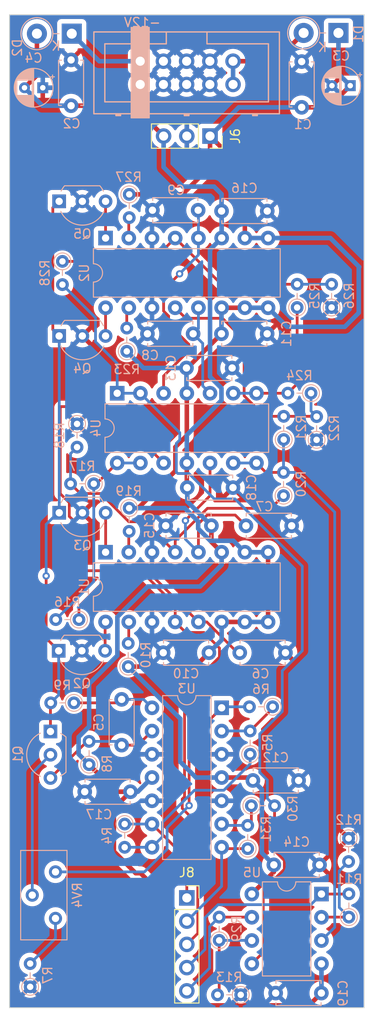
<source format=kicad_pcb>
(kicad_pcb (version 20221018) (generator pcbnew)
  (layers (0 "F.Cu" signal) (31 "B.Cu" signal) (34 "B.Paste" user) (35 "F.Paste" user) (36 "B.SilkS" user "B.Silkscreen") (37 "F.SilkS" user "F.Silkscreen") (38 "B.Mask" user) (39 "F.Mask" user) (44 "Edge.Cuts" user))
  (net 0 "")
  (net 1 "GND")
  (net 2 "+12V")
  (net 3 "-12V")
  (net 4 "Net-(Q1-B)")
  (net 5 "Net-(U1A-DIODE_BIAS)")
  (net 6 "Net-(U1C-DIODE_BIAS)")
  (net 7 "Net-(U2A-DIODE_BIAS)")
  (net 8 "Net-(U2C-DIODE_BIAS)")
  (net 9 "/Exp_Out")
  (net 10 "/Bias_Current")
  (net 11 "/Cout1")
  (net 12 "/Cout2")
  (net 13 "/Cout3")
  (net 14 "/Cout4")
  (net 15 "/12+")
  (net 16 "/12-")
  (net 17 "/Exp_Cout")
  (net 18 "/Amp_C1")
  (net 19 "/Amp_C2")
  (net 20 "/Amp_C3")
  (net 21 "/Amp_C4")
  (net 22 "/CV_FDB")
  (net 23 "/CV_SCLE")
  (net 24 "/1V{slash}Oct")
  (net 25 "/Trim")
  (net 26 "/2P_FDB")
  (net 27 "/4P_FDB")
  (net 28 "/Buf_Out1")
  (net 29 "/INV2")
  (net 30 "/Buf_Out2")
  (net 31 "/INV3")
  (net 32 "/Buf_Out3")
  (net 33 "/INV4")
  (net 34 "/Buf_Out4")
  (net 35 "/Res_INV")
  (net 36 "CV_Sum_Comp")
  (net 37 "Res_Comp")
  (net 38 "Audio_1st_invert_Comp")
  (net 39 "Audio_-12Out_Comp")
  (net 40 "Audio_-24Out_Comp")
  (footprint "Connector_PinSocket_2.54mm:PinSocket_1x05_P2.54mm_Vertical" (layer "F.Cu") (at 185.58 133.77)
    (fp_text reference "J8")
    (fp_text value "Comp2")
  )
  (footprint "Connector_PinSocket_2.54mm:PinSocket_1x03_P2.54mm_Vertical" (layer "F.Cu") (at 188.12 50.53 -90)
    (fp_text reference "J6")
    (fp_text value "Comp1")
  )
  (footprint "Resistor_THT:R_Axial_DIN0204_L3.6mm_D1.6mm_P2.54mm_Vertical" (layer "B.Cu") (at 203.28 127.26 -90)
    (fp_text reference "R12")
    (fp_text value "100k")
  )
  (footprint "Capacitor_THT:C_Disc_D4.7mm_W2.5mm_P5.00mm" (layer "B.Cu") (at 196.37 106.98 180)
    (fp_text reference "C6")
    (fp_text value "100p")
  )
  (footprint "Capacitor_THT:C_Disc_D4.7mm_W2.5mm_P5.00mm" (layer "B.Cu") (at 178.45 112.08 -90)
    (fp_text reference "C5")
    (fp_text value "20p")
  )
  (footprint "Resistor_THT:R_Axial_DIN0204_L3.6mm_D1.6mm_P2.54mm_Vertical" (layer "B.Cu") (at 197.65 69.26 90)
    (fp_text reference "R25")
    (fp_text value "100k")
  )
  (footprint "Capacitor_THT:C_Disc_D4.7mm_W2.5mm_P5.00mm" (layer "B.Cu") (at 172.917182 47.21 90)
    (fp_text reference "C2")
    (fp_text value "0.1u")
  )
  (footprint "Resistor_THT:R_Axial_DIN0204_L3.6mm_D1.6mm_P2.54mm_Vertical" (layer "B.Cu") (at 194.97 112.89 180)
    (fp_text reference "R6")
    (fp_text value "1.87k")
  )
  (footprint "Resistor_THT:R_Axial_DIN0204_L3.6mm_D1.6mm_P2.54mm_Vertical" (layer "B.Cu") (at 201.42 69.26 90)
    (fp_text reference "R26")
    (fp_text value "1k")
  )
  (footprint "Resistor_THT:R_Axial_DIN0204_L3.6mm_D1.6mm_P2.54mm_Vertical" (layer "B.Cu") (at 168.44 143.49 90)
    (fp_text reference "R7")
    (fp_text value "470")
  )
  (footprint "Capacitor_THT:C_Disc_D4.7mm_W2.5mm_P5.00mm" (layer "B.Cu") (at 190.63 88.94 180)
    (fp_text reference "C18")
    (fp_text value "0.1u")
  )
  (footprint "Capacitor_THT:C_Disc_D4.7mm_W2.5mm_P5.00mm" (layer "B.Cu") (at 174.41 122.17)
    (fp_text reference "C17")
    (fp_text value "0.1u")
  )
  (footprint "Package_DIP:DIP-16_W7.62mm" (layer "B.Cu") (at 176.69 61.67 -90)
    (fp_text reference "U2")
    (fp_text value "LM13700")
  )
  (footprint "Resistor_THT:R_Axial_DIN0204_L3.6mm_D1.6mm_P2.54mm_Vertical" (layer "B.Cu") (at 179.17 108.5 90)
    (fp_text reference "R10")
    (fp_text value "150k")
  )
  (footprint "Resistor_THT:R_Axial_DIN0204_L3.6mm_D1.6mm_P2.54mm_Vertical" (layer "B.Cu") (at 173.23 112.46 180)
    (fp_text reference "R9")
    (fp_text value "20k")
  )
  (footprint "Capacitor_THT:C_Disc_D4.7mm_W2.5mm_P5.00mm" (layer "B.Cu") (at 200.1 130.16 180)
    (fp_text reference "C14")
    (fp_text value "0.1u")
  )
  (footprint "Package_DIP:DIP-14_W7.62mm" (layer "B.Cu") (at 177.96 78.63 -90)
    (fp_text reference "U4")
    (fp_text value "TL074")
  )
  (footprint "Diode_THT:D_DO-41_SOD81_P3.81mm_Vertical_KathodeUp" (layer "B.Cu") (at 172.99 39.34 180)
    (fp_text reference "D2")
    (fp_text value "1N5819")
  )
  (footprint "Resistor_THT:R_Axial_DIN0204_L3.6mm_D1.6mm_P2.54mm_Vertical" (layer "B.Cu") (at 174.89 119.21 90)
    (fp_text reference "R8")
    (fp_text value "1Meg")
  )
  (footprint "Capacitor_THT:C_Disc_D4.7mm_W2.5mm_P5.00mm" (layer "B.Cu") (at 183 106.98)
    (fp_text reference "C10")
    (fp_text value "0.1u")
  )
  (footprint "Resistor_THT:R_Axial_DIN0204_L3.6mm_D1.6mm_P2.54mm_Vertical" (layer "B.Cu") (at 199.78 83.72 90)
    (fp_text reference "R22")
    (fp_text value "1k")
  )
  (footprint "Package_TO_SOT_THT:TO-92L_Inline_Wide" (layer "B.Cu") (at 171.61 57.66)
    (fp_text reference "Q5")
    (fp_text value "2N3906")
  )
  (footprint "Resistor_THT:R_Axial_DIN0204_L3.6mm_D1.6mm_P2.54mm_Vertical" (layer "B.Cu") (at 173.78 103.36 180)
    (fp_text reference "R16")
    (fp_text value "100k")
  )
  (footprint "Resistor_THT:R_Axial_DIN0204_L3.6mm_D1.6mm_P2.54mm_Vertical" (layer "B.Cu") (at 203.31 135.87 90)
    (fp_text reference "R11")
    (fp_text value "1.8k")
  )
  (footprint "Resistor_THT:R_Axial_DIN0204_L3.6mm_D1.6mm_P2.54mm_Vertical" (layer "B.Cu") (at 179.27 91.18 -90)
    (fp_text reference "R19")
    (fp_text value "150k")
  )
  (footprint "Package_DIP:DIP-8_W7.62mm" (layer "B.Cu") (at 200.31 133.35 180)
    (fp_text reference "U5")
    (fp_text value "TL072")
  )
  (footprint "Capacitor_THT:C_Disc_D4.7mm_W2.5mm_P5.00mm" (layer "B.Cu") (at 190.54 75.87 180)
    (fp_text reference "C13")
    (fp_text value "0.1u")
  )
  (footprint "Capacitor_THT:C_Disc_D4.7mm_W2.5mm_P5.00mm" (layer "B.Cu") (at 197.81 120.94 180)
    (fp_text reference "C12")
    (fp_text value "0.1u")
  )
  (footprint "Package_TO_SOT_THT:TO-92L_Inline_Wide" (layer "B.Cu") (at 170.66 115.59 -90)
    (fp_text reference "Q1")
    (fp_text value "2N3906")
  )
  (footprint "Capacitor_THT:C_Disc_D4.7mm_W2.5mm_P5.00mm" (layer "B.Cu") (at 195.3 144.17)
    (fp_text reference "C19")
    (fp_text value "0.1u")
  )
  (footprint "Capacitor_THT:CP_Radial_D4.0mm_P2.00mm" (layer "B.Cu") (at 203.459782 45.02 180)
    (fp_text reference "C3")
    (fp_text value "47u")
  )
  (footprint "Capacitor_THT:C_Disc_D4.7mm_W2.5mm_P5.00mm" (layer "B.Cu") (at 181.27 72.13)
    (fp_text reference "C8")
    (fp_text value "100p")
  )
  (footprint "Resistor_THT:R_Axial_DIN0204_L3.6mm_D1.6mm_P2.54mm_Vertical" (layer "B.Cu") (at 196.18 83.69 90)
    (fp_text reference "R21")
    (fp_text value "100k")
  )
  (footprint "Custom_Footprints.pretty-master:Eurorack_10_pin_header" (layer "B.Cu") (at 180.48 42.35)
    (fp_text reference "J1" hide)
    (fp_text value "Eurorack 10 DIP Header")
  )
  (footprint "Package_TO_SOT_THT:TO-92L_Inline_Wide" (layer "B.Cu") (at 171.61 72.37)
    (fp_text reference "Q4")
    (fp_text value "2N3906")
  )
  (footprint "Capacitor_THT:C_Disc_D4.7mm_W2.5mm_P5.00mm" (layer "B.Cu") (at 194.37 72.13 180)
    (fp_text reference "C11")
    (fp_text value "0.1u")
  )
  (footprint "Potentiometer_THT:Potentiometer_Bourns_3296Y_Vertical" (layer "B.Cu") (at 171.21 130.93 90)
    (fp_text reference "RV4")
    (fp_text value "100")
  )
  (footprint "Capacitor_THT:C_Disc_D4.7mm_W2.5mm_P5.00mm" (layer "B.Cu") (at 181.82 58.63)
    (fp_text reference "C9")
    (fp_text value "100p")
  )
  (footprint "Resistor_THT:R_Axial_DIN0204_L3.6mm_D1.6mm_P2.54mm_Vertical" (layer "B.Cu") (at 173.57 81.98 -90)
    (fp_text reference "R18")
    (fp_text value "1k")
  )
  (footprint "Package_DIP:DIP-14_W7.62mm" (layer "B.Cu") (at 189.39 113 180)
    (fp_text reference "U3")
    (fp_text value "TL074")
  )
  (footprint "Capacitor_THT:C_Disc_D4.7mm_W2.5mm_P5.00mm" (layer "B.Cu") (at 197.05 93.11 180)
    (fp_text reference "C7")
    (fp_text value "100p")
  )
  (footprint "Capacitor_THT:CP_Radial_D4.0mm_P2.00mm" (layer "B.Cu") (at 169.819782 45.25 180)
    (fp_text reference "C4")
    (fp_text value "47u")
  )
  (footprint "Resistor_THT:R_Axial_DIN0204_L3.6mm_D1.6mm_P2.54mm_Vertical" (layer "B.Cu") (at 192.51 118.07 90)
    (fp_text reference "R5")
    (fp_text value "100k")
  )
  (footprint "Capacitor_THT:C_Disc_D4.7mm_W2.5mm_P5.00mm" (layer "B.Cu") (at 194.38 58.72 180)
    (fp_text reference "C16")
    (fp_text value "0.1u")
  )
  (footprint "Diode_THT:D_DO-41_SOD81_P3.81mm_Vertical_KathodeUp" (layer "B.Cu") (at 202.17 39.26 180)
    (fp_text reference "D1")
    (fp_text value "1N5819")
  )
  (footprint "Resistor_THT:R_Axial_DIN0204_L3.6mm_D1.6mm_P2.54mm_Vertical" (layer "B.Cu") (at 191.48 144.36 180)
    (fp_text reference "R13")
    (fp_text value "100k")
  )
  (footprint "Capacitor_THT:C_Disc_D4.7mm_W2.5mm_P5.00mm" (layer "B.Cu") (at 198.147182 42.39 -90)
    (fp_text reference "C1")
    (fp_text value "0.1u")
  )
  (footprint "Resistor_THT:R_Axial_DIN0204_L3.6mm_D1.6mm_P2.54mm_Vertical" (layer "B.Cu") (at 175.4 88.52 180)
    (fp_text reference "R17")
    (fp_text value "100k")
  )
  (footprint "Resistor_THT:R_Axial_DIN0204_L3.6mm_D1.6mm_P2.54mm_Vertical" (layer "B.Cu") (at 192.24 128.39 90)
    (fp_text reference "R31")
    (fp_text value "100k")
  )
  (footprint "Capacitor_THT:C_Disc_D4.7mm_W2.5mm_P5.00mm" (layer "B.Cu") (at 183.27 93.1)
    (fp_text reference "C15")
    (fp_text value "0.1u")
  )
  (footprint "Resistor_THT:R_Axial_DIN0204_L3.6mm_D1.6mm_P2.54mm_Vertical" (layer "B.Cu") (at 179.01 74.05 90)
    (fp_text reference "R23")
    (fp_text value "150k")
  )
  (footprint "Resistor_THT:R_Axial_DIN0204_L3.6mm_D1.6mm_P2.54mm_Vertical" (layer "B.Cu") (at 199.17 78.62 180)
    (fp_text reference "R24")
    (fp_text value "100k")
  )
  (footprint "Resistor_THT:R_Axial_DIN0204_L3.6mm_D1.6mm_P2.54mm_Vertical" (layer "B.Cu") (at 179.28 56.9 -90)
    (fp_text reference "R27")
    (fp_text value "150k")
  )
  (footprint "Package_TO_SOT_THT:TO-92L_Inline_Wide" (layer "B.Cu") (at 171.62 91.69)
    (fp_text reference "Q3")
    (fp_text value "2N3906")
  )
  (footprint "Package_DIP:DIP-16_W7.62mm" (layer "B.Cu") (at 176.69 96 -90)
    (fp_text reference "U1")
    (fp_text value "LM13700")
  )
  (footprint "Resistor_THT:R_Axial_DIN0204_L3.6mm_D1.6mm_P2.54mm_Vertical" (layer "B.Cu") (at 189.12 138.41 90)
    (fp_text reference "R29")
    (fp_text value "3.9k")
  )
  (footprint "Resistor_THT:R_Axial_DIN0204_L3.6mm_D1.6mm_P2.54mm_Vertical" (layer "B.Cu") (at 196.16 89.82 90)
    (fp_text reference "R20")
    (fp_text value "100k")
  )
  (footprint "Resistor_THT:R_Axial_DIN0204_L3.6mm_D1.6mm_P2.54mm_Vertical" (layer "B.Cu") (at 178.78 125.7 -90)
    (fp_text reference "R4")
    (fp_text value "100k")
  )
  (footprint "Resistor_THT:R_Axial_DIN0204_L3.6mm_D1.6mm_P2.54mm_Vertical" (layer "B.Cu") (at 192.64 123.7)
    (fp_text reference "R30")
    (fp_text value "10k")
  )
  (footprint "Package_TO_SOT_THT:TO-92L_Inline_Wide" (layer "B.Cu") (at 171.56 106.77)
    (fp_text reference "Q2")
    (fp_text value "2N3906")
  )
  (footprint "Resistor_THT:R_Axial_DIN0204_L3.6mm_D1.6mm_P2.54mm_Vertical" (layer "B.Cu") (at 171.97 64.22 -90)
    (fp_text reference "R28")
    (fp_text value "100k")
  )
  (gr_line (start 166.18 37.27) (end 204.98 37.27) (stroke (width 0.1)) (layer "Edge.Cuts"))
  (gr_line (start 166.18 145.77) (end 204.98 145.77) (stroke (width 0.1)) (layer "Edge.Cuts"))
  (gr_line (start 204.98 145.77) (end 204.98 37.27) (stroke (width 0.1)) (layer "Edge.Cuts"))
  (gr_line (start 166.18 37.27) (end 166.18 145.77) (stroke (width 0.1)) (layer "Edge.Cuts"))
  (segment (start 194.47 103.62) (end 194.47 96) (width 0.5) (layer "F.Cu") (net 2))
  (segment (start 184.33 87.109949) (end 184.33 84.52) (width 0.5) (layer "F.Cu") (net 2))
  (segment (start 192.49 120.62) (end 192.81 120.94) (width 0.5) (layer "F.Cu") (net 2))
  (segment (start 180.259949 91.18) (end 184.33 87.109949) (width 0.5) (layer "F.Cu") (net 2))
  (segment (start 198.147182 47.39) (end 201.089782 47.39) (width 0.5) (layer "F.Cu") (net 2))
  (segment (start 195.1 130.94) (end 192.69 133.35) (width 0.5) (layer "F.Cu") (net 2))
  (segment (start 185.58 83.25) (end 185.58 78.63) (width 0.5) (layer "F.Cu") (net 2))
  (segment (start 185.1 56.9) (end 188.12 53.88) (width 0.5) (layer "F.Cu") (net 2))
  (segment (start 189.39 120.62) (end 192.49 120.62) (width 0.5) (layer "F.Cu") (net 2))
  (segment (start 189.39 103.62) (end 191.93 103.62) (width 0.5) (layer "F.Cu") (net 2))
  (segment (start 191.93 61.67) (end 191.93 54.34) (width 0.5) (layer "F.Cu") (net 2))
  (segment (start 188.12 53.88) (end 188.12 50.53) (width 0.5) (layer "F.Cu") (net 2))
  (segment (start 186.48 108.5) (end 179.17 108.5) (width 0.5) (layer "F.Cu") (net 2))
  (segment (start 189.37 72.13) (end 185.63 75.87) (width 0.5) (layer "F.Cu") (net 2))
  (segment (start 179.28 56.9) (end 185.1 56.9) (width 0.5) (layer "F.Cu") (net 2))
  (segment (start 201.089782 47.39) (end 203.459782 45.02) (width 0.5) (layer "F.Cu") (net 2))
  (segment (start 191.93 54.34) (end 188.12 50.53) (width 0.5) (layer "F.Cu") (net 2))
  (segment (start 179.27 91.18) (end 180.259949 91.18) (width 0.5) (layer "F.Cu") (net 2))
  (segment (start 189.39 69.29) (end 191.93 69.29) (width 0.5) (layer "F.Cu") (net 2))
  (segment (start 195.1 130.16) (end 195.1 130.94) (width 0.5) (layer "F.Cu") (net 2))
  (segment (start 188 106.98) (end 186.48 108.5) (width 0.5) (layer "F.Cu") (net 2))
  (segment (start 184.32 84.51) (end 185.58 83.25) (width 0.5) (layer "F.Cu") (net 2))
  (segment (start 185.63 75.87) (end 185.54 75.87) (width 0.5) (layer "F.Cu") (net 2))
  (segment (start 185.54 75.87) (end 180.83 75.87) (width 0.5) (layer "B.Cu") (net 2))
  (segment (start 184.87 118.91) (end 184.87 114.2) (width 0.5) (layer "B.Cu") (net 2))
  (segment (start 189.39 120.62) (end 186.58 120.62) (width 0.5) (layer "B.Cu") (net 2))
  (segment (start 191.93 103.62) (end 194.47 103.62) (width 0.5) (layer "B.Cu") (net 2))
  (segment (start 180.83 75.87) (end 179.01 74.05) (width 0.5) (layer "B.Cu") (net 2))
  (segment (start 191.26 47.39) (end 188.12 50.53) (width 0.5) (layer "B.Cu") (net 2))
  (segment (start 184.87 114.2) (end 179.17 108.5) (width 0.5) (layer "B.Cu") (net 2))
  (segment (start 185.36005 91.18) (end 179.27 91.18) (width 0.5) (layer "B.Cu") (net 2))
  (segment (start 185.54 75.87) (end 185.54 78.59) (width 0.5) (layer "B.Cu") (net 2))
  (segment (start 185.54 78.59) (end 185.58 78.63) (width 0.5) (layer "B.Cu") (net 2))
  (segment (start 186.820025 92.639975) (end 185.36005 91.18) (width 0.5) (layer "B.Cu") (net 2))
  (segment (start 202.86 71.37) (end 204.39 69.84) (width 0.5) (layer "B.Cu") (net 2))
  (segment (start 190.68 94.75) (end 188.152233 94.75) (width 0.5) (layer "B.Cu") (net 2))
  (segment (start 192.81 120.94) (end 193.79 121.92) (width 0.5) (layer "B.Cu") (net 2))
  (segment (start 202.17 39.26) (end 202.17 43.730218) (width 0.5) (layer "B.Cu") (net 2))
  (segment (start 191.93 69.29) (end 194.47 69.29) (width 0.5) (layer "B.Cu") (net 2))
  (segment (start 186.58 120.62) (end 184.87 118.91) (width 0.5) (layer "B.Cu") (net 2))
  (segment (start 186.820025 93.417792) (end 186.820025 92.639975) (width 0.5) (layer "B.Cu") (net 2))
  (segment (start 202.17 43.730218) (end 203.459782 45.02) (width 0.5) (layer "B.Cu") (net 2))
  (segment (start 194.47 61.67) (end 191.93 61.67) (width 0.5) (layer "B.Cu") (net 2))
  (segment (start 189.37 69.31) (end 189.39 69.29) (width 0.5) (layer "B.Cu") (net 2))
  (segment (start 204.44 64.83) (end 201.28 61.67) (width 0.5) (layer "B.Cu") (net 2))
  (segment (start 191.93 96) (end 190.68 94.75) (width 0.5) (layer "B.Cu") (net 2))
  (segment (start 191.93 96) (end 194.47 96) (width 0.5) (layer "B.Cu") (net 2))
  (segment (start 189.39 103.62) (end 189.39 105.59) (width 0.5) (layer "B.Cu") (net 2))
  (segment (start 188.152233 94.75) (end 186.820025 93.417792) (width 0.5) (layer "B.Cu") (net 2))
  (segment (start 204.39 69.84) (end 204.39 64.88) (width 0.5) (layer "B.Cu") (net 2))
  (segment (start 204.39 64.88) (end 204.44 64.83) (width 0.5) (layer "B.Cu") (net 2))
  (segment (start 201.28 61.67) (end 194.47 61.67) (width 0.5) (layer "B.Cu") (net 2))
  (segment (start 194.47 69.29) (end 196.55 71.37) (width 0.5) (layer "B.Cu") (net 2))
  (segment (start 198.147182 47.39) (end 191.26 47.39) (width 0.5) (layer "B.Cu") (net 2))
  (segment (start 189.39 105.59) (end 188 106.98) (width 0.5) (layer "B.Cu") (net 2))
  (segment (start 193.79 121.92) (end 193.79 128.85) (width 0.5) (layer "B.Cu") (net 2))
  (segment (start 189.37 72.13) (end 189.37 69.31) (width 0.5) (layer "B.Cu") (net 2))
  (segment (start 196.55 71.37) (end 202.86 71.37) (width 0.5) (layer "B.Cu") (net 2))
  (segment (start 193.79 128.85) (end 195.1 130.16) (width 0.5) (layer "B.Cu") (net 2))
  (segment (start 169.18 39.34) (end 169.18 43.889782) (width 0.5) (layer "F.Cu") (net 3))
  (segment (start 172.917182 47.21) (end 179.72 47.21) (width 0.5) (layer "F.Cu") (net 3))
  (segment (start 179.72 47.21) (end 183.04 50.53) (width 0.5) (layer "F.Cu") (net 3))
  (segment (start 188.27 94.88) (end 189.39 96) (width 0.5) (layer "F.Cu") (net 3))
  (segment (start 177.6 128.686346) (end 177.6 123.98) (width 0.5) (layer "F.Cu") (net 3))
  (segment (start 185.58 88.89) (end 185.63 88.94) (width 0.5) (layer "F.Cu") (net 3))
  (segment (start 185.58 86.25) (end 185.58 88.89) (width 0.5) (layer "F.Cu") (net 3))
  (segment (start 198.95 145.52) (end 200.3 144.17) (width 0.5) (layer "F.Cu") (net 3))
  (segment (start 179.983654 131.07) (end 177.6 128.686346) (width 0.5) (layer "F.Cu") (net 3))
  (segment (start 177.6 123.98) (end 179.41 122.17) (width 0.5) (layer "F.Cu") (net 3))
  (segment (start 183.785 144.825) (end 184.48 145.52) (width 0.5) (layer "F.Cu") (net 3))
  (segment (start 183.785 134.335) (end 180.52 131.07) (width 0.5) (layer "F.Cu") (net 3))
  (segment (start 177.85 122.17) (end 174.89 119.21) (width 0.5) (layer "F.Cu") (net 3))
  (segment (start 179.41 122.17) (end 177.85 122.17) (width 0.5) (layer "F.Cu") (net 3))
  (segment (start 183.785 144.825) (end 183.785 134.335) (width 0.5) (layer "F.Cu") (net 3))
  (segment (start 188.27 93.1) (end 188.27 94.88) (width 0.5) (layer "F.Cu") (net 3))
  (segment (start 169.18 43.889782) (end 167.819782 45.25) (width 0.5) (layer "F.Cu") (net 3))
  (segment (start 180.52 131.07) (end 179.983654 131.07) (width 0.5) (layer "F.Cu") (net 3))
  (segment (start 184.48 145.52) (end 198.95 145.52) (width 0.5) (layer "F.Cu") (net 3))
  (segment (start 189.37 79.41) (end 189.37 78.072233) (width 0.5) (layer "B.Cu") (net 3))
  (segment (start 187.02 99.75) (end 181.3 99.75) (width 0.5) (layer "B.Cu") (net 3))
  (segment (start 181.3 99.75) (end 177.98 103.07) (width 0.5) (layer "B.Cu") (net 3))
  (segment (start 188.56 56.05) (end 189.38 56.87) (width 0.5) (layer "B.Cu") (net 3))
  (segment (start 169.779782 47.21) (end 172.917182 47.21) (width 0.5) (layer "B.Cu") (net 3))
  (segment (start 189.37 78.072233) (end 188.12 76.822233) (width 0.5) (layer "B.Cu") (net 3))
  (segment (start 189.39 97.38) (end 187.02 99.75) (width 0.5) (layer "B.Cu") (net 3))
  (segment (start 200.31 140.97) (end 200.31 144.16) (width 0.5) (layer "B.Cu") (net 3))
  (segment (start 183.04 53.93) (end 185.16 56.05) (width 0.5) (layer "B.Cu") (net 3))
  (segment (start 188.12 62.94) (end 189.39 61.67) (width 0.5) (layer "B.Cu") (net 3))
  (segment (start 180.22 122.17) (end 181.77 120.62) (width 0.5) (layer "B.Cu") (net 3))
  (segment (start 177.98 107.29) (end 174.89 110.38) (width 0.5) (layer "B.Cu") (net 3))
  (segment (start 173.74 118.06) (end 174.89 119.21) (width 0.5) (layer "B.Cu") (net 3))
  (segment (start 185.63 90.46) (end 188.27 93.1) (width 0.5) (layer "B.Cu") (net 3))
  (segment (start 177.98 103.07) (end 177.98 107.29) (width 0.5) (layer "B.Cu") (net 3))
  (segment (start 189.38 56.87) (end 189.38 58.72) (width 0.5) (layer "B.Cu") (net 3))
  (segment (start 189.39 96) (end 189.39 97.38) (width 0.5) (layer "B.Cu") (net 3))
  (segment (start 185.58 86.25) (end 185.58 83.2) (width 0.5) (layer "B.Cu") (net 3))
  (segment (start 189.39 61.67) (end 189.39 58.73) (width 0.5) (layer "B.Cu") (net 3))
  (segment (start 200.31 144.16) (end 200.3 144.17) (width 0.5) (layer "B.Cu") (net 3))
  (segment (start 179.41 122.17) (end 180.22 122.17) (width 0.5) (layer "B.Cu") (net 3))
  (segment (start 185.58 83.2) (end 189.37 79.41) (width 0.5) (layer "B.Cu") (net 3))
  (segment (start 173.74 116.193654) (end 173.74 118.06) (width 0.5) (layer "B.Cu") (net 3))
  (segment (start 183.04 50.53) (end 183.04 53.93) (width 0.5) (layer "B.Cu") (net 3))
  (segment (start 185.63 88.94) (end 185.63 90.46) (width 0.5) (layer "B.Cu") (net 3))
  (segment (start 185.16 56.05) (end 188.56 56.05) (width 0.5) (layer "B.Cu") (net 3))
  (segment (start 188.12 76.822233) (end 188.12 62.94) (width 0.5) (layer "B.Cu") (net 3))
  (segment (start 189.39 58.73) (end 189.38 58.72) (width 0.5) (layer "B.Cu") (net 3))
  (segment (start 167.819782 45.25) (end 169.779782 47.21) (width 0.5) (layer "B.Cu") (net 3))
  (segment (start 174.89 115.043654) (end 173.74 116.193654) (width 0.5) (layer "B.Cu") (net 3))
  (segment (start 174.89 110.38) (end 174.89 115.043654) (width 0.5) (layer "B.Cu") (net 3))
  (segment (start 168.67 133.47) (end 168.67 120.12) (width 0.3) (layer "B.Cu") (net 4))
  (segment (start 168.67 120.12) (end 170.66 118.13) (width 0.3) (layer "B.Cu") (net 4))
  (segment (start 179.23 103.62) (end 179.23 105.9) (width 0.3) (layer "F.Cu") (net 5))
  (segment (start 179.23 105.9) (end 179.17 105.96) (width 0.3) (layer "F.Cu") (net 5))
  (segment (start 179.23 96) (end 179.23 93.76) (width 0.3) (layer "F.Cu") (net 6))
  (segment (start 179.23 93.76) (end 179.27 93.72) (width 0.3) (layer "F.Cu") (net 6))
  (segment (start 179.01 71.51) (end 179.01 69.51) (width 0.3) (layer "F.Cu") (net 7))
  (segment (start 179.01 69.51) (end 179.23 69.29) (width 0.3) (layer "F.Cu") (net 7))
  (segment (start 179.23 61.67) (end 179.23 59.49) (width 0.3) (layer "F.Cu") (net 8))
  (segment (start 179.23 59.49) (end 179.28 59.44) (width 0.3) (layer "F.Cu") (net 8))
  (segment (start 178.07 112.46) (end 178.45 112.08) (width 0.3) (layer "F.Cu") (net 9))
  (segment (start 173.23 112.46) (end 178.07 112.46) (width 0.3) (layer "F.Cu") (net 9))
  (segment (start 180.85 112.08) (end 181.77 113) (width 0.3) (layer "B.Cu") (net 9))
  (segment (start 178.45 112.08) (end 180.85 112.08) (width 0.3) (layer "B.Cu") (net 9))
  (segment (start 178.45 117.08) (end 180.23 117.08) (width 0.3) (layer "F.Cu") (net 10))
  (segment (start 180.23 117.08) (end 181.77 115.54) (width 0.3) (layer "F.Cu") (net 10))
  (segment (start 174.66 116.67) (end 174.89 116.67) (width 0.3) (layer "F.Cu") (net 10))
  (segment (start 170.66 120.67) (end 174.66 116.67) (width 0.3) (layer "F.Cu") (net 10))
  (segment (start 174.89 116.67) (end 178.04 116.67) (width 0.3) (layer "B.Cu") (net 10))
  (segment (start 178.04 116.67) (end 178.45 117.08) (width 0.3) (layer "B.Cu") (net 10))
  (segment (start 191.123654 106.98) (end 187.763654 103.62) (width 0.3) (layer "F.Cu") (net 11))
  (segment (start 179.235 82.445) (end 177.265 82.445) (width 0.3) (layer "F.Cu") (net 11))
  (segment (start 172.72 90.59) (end 172.72 92.082894) (width 0.3) (layer "F.Cu") (net 11))
  (segment (start 171.73 89.6) (end 172.72 90.59) (width 0.3) (layer "F.Cu") (net 11))
  (segment (start 175.46 80.09) (end 171.84 80.09) (width 0.3) (layer "F.Cu") (net 11))
  (segment (start 171.73 80.2) (end 171.73 89.6) (width 0.3) (layer "F.Cu") (net 11))
  (segment (start 173.23 98.02) (end 181.25 98.02) (width 0.3) (layer "F.Cu") (net 11))
  (segment (start 177.265 82.445) (end 175.46 80.64) (width 0.3) (layer "F.Cu") (net 11))
  (segment (start 173.23 92.592894) (end 173.23 98.02) (width 0.3) (layer "F.Cu") (net 11))
  (segment (start 187.763654 103.62) (end 186.85 103.62) (width 0.3) (layer "F.Cu") (net 11))
  (segment (start 172.72 92.082894) (end 173.23 92.592894) (width 0.3) (layer "F.Cu") (net 11))
  (segment (start 175.46 80.64) (end 175.46 80.09) (width 0.3) (layer "F.Cu") (net 11))
  (segment (start 191.37 106.98) (end 191.123654 106.98) (width 0.3) (layer "F.Cu") (net 11))
  (segment (start 183.04 86.25) (end 179.235 82.445) (width 0.3) (layer "F.Cu") (net 11))
  (segment (start 181.25 98.02) (end 186.85 103.62) (width 0.3) (layer "F.Cu") (net 11))
  (segment (start 171.84 80.09) (end 171.73 80.2) (width 0.3) (layer "F.Cu") (net 11))
  (segment (start 186.85 92.893654) (end 187.803654 91.94) (width 0.3) (layer "F.Cu") (net 12))
  (segment (start 188.12 89.823654) (end 188.096827 89.846827) (width 0.3) (layer "F.Cu") (net 12))
  (segment (start 190.88 91.94) (end 192.05 93.11) (width 0.3) (layer "F.Cu") (net 12))
  (segment (start 188.12 86.25) (end 188.12 89.823654) (width 0.3) (layer "F.Cu") (net 12))
  (segment (start 186.85 96) (end 186.85 92.893654) (width 0.3) (layer "F.Cu") (net 12))
  (segment (start 185.428297 92.515357) (end 185.428297 92.548297) (width 0.3) (layer "F.Cu") (net 12))
  (segment (start 187.803654 91.94) (end 190.88 91.94) (width 0.3) (layer "F.Cu") (net 12))
  (segment (start 188.096827 89.846827) (end 185.428297 92.515357) (width 0.3) (layer "F.Cu") (net 12))
  (via (at 185.428297 92.548297) (size 0.8) (drill 0.4) (layers "F.Cu" "B.Cu") (net 12))
  (segment (start 185.428297 92.548297) (end 185.428297 94.578297) (width 0.3) (layer "B.Cu") (net 12))
  (segment (start 185.428297 94.578297) (end 186.85 96) (width 0.3) (layer "B.Cu") (net 12))
  (segment (start 187.320001 73.180001) (end 186.27 72.13) (width 0.3) (layer "B.Cu") (net 13))
  (segment (start 188.12 78.63) (end 187.320001 77.830001) (width 0.3) (layer "B.Cu") (net 13))
  (segment (start 186.85 71.55) (end 186.27 72.13) (width 0.3) (layer "B.Cu") (net 13))
  (segment (start 187.320001 77.830001) (end 187.320001 73.180001) (width 0.3) (layer "B.Cu") (net 13))
  (segment (start 186.85 69.29) (end 186.85 71.55) (width 0.3) (layer "B.Cu") (net 13))
  (segment (start 183.04 67.33) (end 184.79 65.58) (width 0.3) (layer "F.Cu") (net 14))
  (segment (start 183.586827 71.073173) (end 183.586827 70.193173) (width 0.3) (layer "F.Cu") (net 14))
  (segment (start 185.793654 73.99) (end 185.793654 73.28) (width 0.3) (layer "F.Cu") (net 14))
  (segment (start 185.793654 73.28) (end 183.586827 71.073173) (width 0.3) (layer "F.Cu") (net 14))
  (segment (start 183.04 76.743654) (end 185.793654 73.99) (width 0.3) (layer "F.Cu") (net 14))
  (segment (start 183.586827 70.193173) (end 183.04 69.646346) (width 0.3) (layer "F.Cu") (net 14))
  (segment (start 183.04 78.63) (end 183.04 76.743654) (width 0.3) (layer "F.Cu") (net 14))
  (segment (start 183.04 69.646346) (end 183.04 67.33) (width 0.3) (layer "F.Cu") (net 14))
  (via (at 184.79 65.58) (size 0.8) (drill 0.4) (layers "F.Cu" "B.Cu") (net 14))
  (segment (start 186.85 58.66) (end 186.82 58.63) (width 0.3) (layer "B.Cu") (net 14))
  (segment (start 186.85 61.67) (end 186.85 58.66) (width 0.3) (layer "B.Cu") (net 14))
  (segment (start 186.85 63.52) (end 186.85 61.67) (width 0.3) (layer "B.Cu") (net 14))
  (segment (start 184.79 65.58) (end 186.85 63.52) (width 0.3) (layer "B.Cu") (net 14))
  (segment (start 190.64 42.35) (end 195.27 42.35) (width 0.5) (layer "F.Cu") (net 15))
  (segment (start 195.27 42.35) (end 198.36 39.26) (width 0.5) (layer "F.Cu") (net 15))
  (segment (start 190.64 42.35) (end 190.64 44.89) (width 0.5) (layer "B.Cu") (net 15))
  (segment (start 180.48 42.35) (end 180.48 44.89) (width 0.5) (layer "F.Cu") (net 16))
  (segment (start 180.48 42.35) (end 176 42.35) (width 0.5) (layer "B.Cu") (net 16))
  (segment (start 176 42.35) (end 172.99 39.34) (width 0.5) (layer "B.Cu") (net 16))
  (segment (start 171.61 72.37) (end 170.92 71.68) (width 0.3) (layer "F.Cu") (net 17))
  (segment (start 170.92 58.35) (end 171.61 57.66) (width 0.3) (layer "F.Cu") (net 17))
  (segment (start 170.92 71.68) (end 170.92 58.35) (width 0.3) (layer "F.Cu") (net 17))
  (segment (start 170.19 105.4) (end 170.19 98.59) (width 0.3) (layer "F.Cu") (net 17))
  (segment (start 170.66 115.59) (end 170.66 112.49) (width 0.3) (layer "F.Cu") (net 17))
  (segment (start 171.56 106.77) (end 170.19 105.4) (width 0.3) (layer "F.Cu") (net 17))
  (segment (start 170.66 112.49) (end 170.69 112.46) (width 0.3) (layer "F.Cu") (net 17))
  (via (at 170.19 98.59) (size 0.8) (drill 0.4) (layers "F.Cu" "B.Cu") (net 17))
  (segment (start 171.46 91.69) (end 171.62 91.69) (width 0.3) (layer "B.Cu") (net 17))
  (segment (start 171.62 72.38) (end 171.61 72.37) (width 0.3) (layer "B.Cu") (net 17))
  (segment (start 171.62 91.69) (end 171.62 72.38) (width 0.3) (layer "B.Cu") (net 17))
  (segment (start 171.56 111.59) (end 170.69 112.46) (width 0.3) (layer "B.Cu") (net 17))
  (segment (start 170.19 98.59) (end 170.19 92.96) (width 0.3) (layer "B.Cu") (net 17))
  (segment (start 171.56 106.77) (end 171.56 111.59) (width 0.3) (layer "B.Cu") (net 17))
  (segment (start 170.19 92.96) (end 171.46 91.69) (width 0.3) (layer "B.Cu") (net 17))
  (segment (start 176.64 106.77) (end 176.64 103.67) (width 0.3) (layer "F.Cu") (net 18))
  (segment (start 176.64 103.67) (end 176.69 103.62) (width 0.3) (layer "F.Cu") (net 18))
  (segment (start 176.7 95.99) (end 176.69 96) (width 0.3) (layer "F.Cu") (net 19))
  (segment (start 176.7 91.69) (end 176.7 95.99) (width 0.3) (layer "F.Cu") (net 19))
  (segment (start 176.69 72.37) (end 176.69 69.29) (width 0.3) (layer "F.Cu") (net 20))
  (segment (start 176.69 57.66) (end 176.69 61.67) (width 0.3) (layer "F.Cu") (net 21))
  (segment (start 178.78 128.24) (end 181.77 128.24) (width 0.3) (layer "B.Cu") (net 22))
  (segment (start 182.92 127.09) (end 181.77 128.24) (width 0.3) (layer "B.Cu") (net 22))
  (segment (start 192.51 119.126346) (end 189.626346 122.01) (width 0.3) (layer "B.Cu") (net 22))
  (segment (start 186.41 122.01) (end 182.92 125.5) (width 0.3) (layer "B.Cu") (net 22))
  (segment (start 182.92 125.5) (end 182.92 127.09) (width 0.3) (layer "B.Cu") (net 22))
  (segment (start 189.626346 122.01) (end 186.41 122.01) (width 0.3) (layer "B.Cu") (net 22))
  (segment (start 192.51 118.07) (end 192.51 119.126346) (width 0.3) (layer "B.Cu") (net 22))
  (segment (start 194.97 113.07) (end 194.97 112.89) (width 0.3) (layer "F.Cu") (net 23))
  (segment (start 192.51 115.53) (end 194.97 113.07) (width 0.3) (layer "F.Cu") (net 23))
  (segment (start 192.51 115.53) (end 189.4 115.53) (width 0.3) (layer "B.Cu") (net 23))
  (segment (start 189.4 115.53) (end 189.39 115.54) (width 0.3) (layer "B.Cu") (net 23))
  (segment (start 185.83 123.68) (end 185.83 116.56) (width 0.3) (layer "F.Cu") (net 24))
  (segment (start 185.83 116.56) (end 189.39 113) (width 0.3) (layer "F.Cu") (net 24))
  (via (at 185.83 123.68) (size 0.8) (drill 0.4) (layers "F.Cu" "B.Cu") (net 24))
  (segment (start 183.42 128.456346) (end 183.42 126.09) (width 0.3) (layer "B.Cu") (net 24))
  (segment (start 180.946346 130.93) (end 183.42 128.456346) (width 0.3) (layer "B.Cu") (net 24))
  (segment (start 171.21 130.93) (end 180.946346 130.93) (width 0.3) (layer "B.Cu") (net 24))
  (segment (start 183.42 126.09) (end 185.83 123.68) (width 0.3) (layer "B.Cu") (net 24))
  (segment (start 192.43 112.89) (end 189.5 112.89) (width 0.3) (layer "B.Cu") (net 24))
  (segment (start 189.5 112.89) (end 189.39 113) (width 0.3) (layer "B.Cu") (net 24))
  (segment (start 171.21 138.18) (end 171.21 136.01) (width 0.3) (layer "B.Cu") (net 25))
  (segment (start 168.44 140.95) (end 171.21 138.18) (width 0.3) (layer "B.Cu") (net 25))
  (segment (start 203.31 135.87) (end 200.33 135.87) (width 0.3) (layer "F.Cu") (net 26))
  (segment (start 200.33 135.87) (end 200.31 135.89) (width 0.3) (layer "F.Cu") (net 26))
  (segment (start 202.26 130.82) (end 202.26 134.82) (width 0.3) (layer "B.Cu") (net 26))
  (segment (start 203.28 129.8) (end 202.26 130.82) (width 0.3) (layer "B.Cu") (net 26))
  (segment (start 202.26 134.82) (end 203.31 135.87) (width 0.3) (layer "B.Cu") (net 26))
  (segment (start 189.12 138.41) (end 189.12 144.18) (width 0.3) (layer "F.Cu") (net 27))
  (segment (start 189.12 144.18) (end 188.94 144.36) (width 0.3) (layer "F.Cu") (net 27))
  (segment (start 192.67 138.41) (end 192.69 138.43) (width 0.3) (layer "B.Cu") (net 27))
  (segment (start 189.12 138.41) (end 192.67 138.41) (width 0.3) (layer "B.Cu") (net 27))
  (segment (start 177.96 86.25) (end 175.69 88.52) (width 0.3) (layer "F.Cu") (net 28))
  (segment (start 175.69 88.52) (end 175.4 88.52) (width 0.3) (layer "F.Cu") (net 28))
  (segment (start 175.4 99.2) (end 175.4 88.52) (width 0.3) (layer "B.Cu") (net 28))
  (segment (start 171.24 103.36) (end 175.4 99.2) (width 0.3) (layer "B.Cu") (net 28))
  (segment (start 180.5 86.25) (end 177.96 86.25) (width 0.3) (layer "B.Cu") (net 28))
  (segment (start 184.31 96) (end 180.98 92.67) (width 0.3) (layer "F.Cu") (net 29))
  (segment (start 194.776726 91.203274) (end 196.16 89.82) (width 0.3) (layer "F.Cu") (net 29))
  (segment (start 176.155635 89.59) (end 173.93 89.59) (width 0.3) (layer "F.Cu") (net 29))
  (segment (start 173.93 89.59) (end 172.86 88.52) (width 0.3) (layer "F.Cu") (net 29))
  (segment (start 184.31 94.726548) (end 187.833274 91.203274) (width 0.3) (layer "F.Cu") (net 29))
  (segment (start 179.235635 92.67) (end 176.155635 89.59) (width 0.3) (layer "F.Cu") (net 29))
  (segment (start 180.98 92.67) (end 179.235635 92.67) (width 0.3) (layer "F.Cu") (net 29))
  (segment (start 187.833274 91.203274) (end 194.776726 91.203274) (width 0.3) (layer "F.Cu") (net 29))
  (segment (start 184.31 96) (end 184.31 94.726548) (width 0.3) (layer "F.Cu") (net 29))
  (segment (start 172.86 85.23) (end 173.57 84.52) (width 0.3) (layer "B.Cu") (net 29))
  (segment (start 172.86 88.52) (end 172.86 85.23) (width 0.3) (layer "B.Cu") (net 29))
  (segment (start 194.23 87.28) (end 193.2 86.25) (width 0.3) (layer "F.Cu") (net 30))
  (segment (start 196.16 87.28) (end 194.23 87.28) (width 0.3) (layer "F.Cu") (net 30))
  (segment (start 201.76 136.98) (end 201.76 91.62) (width 0.3) (layer "B.Cu") (net 30))
  (segment (start 196.16 87.28) (end 197.42 87.28) (width 0.3) (layer "B.Cu") (net 30))
  (segment (start 196.16 87.28) (end 196.16 83.71) (width 0.3) (layer "B.Cu") (net 30))
  (segment (start 196.16 83.71) (end 196.18 83.69) (width 0.3) (layer "B.Cu") (net 30))
  (segment (start 197.42 87.28) (end 201.76 91.62) (width 0.3) (layer "B.Cu") (net 30))
  (segment (start 200.31 138.43) (end 201.76 136.98) (width 0.3) (layer "B.Cu") (net 30))
  (segment (start 190.66 86.25) (end 193.2 86.25) (width 0.3) (layer "B.Cu") (net 30))
  (segment (start 191.85 72.81) (end 189.48 70.44) (width 0.3) (layer "F.Cu") (net 31))
  (segment (start 191.85 78.906346) (end 191.85 72.81) (width 0.3) (layer "F.Cu") (net 31))
  (segment (start 194.093654 81.15) (end 191.85 78.906346) (width 0.3) (layer "F.Cu") (net 31))
  (segment (start 199.75 81.15) (end 199.78 81.18) (width 0.3) (layer "F.Cu") (net 31))
  (segment (start 196.18 81.15) (end 199.75 81.15) (width 0.3) (layer "F.Cu") (net 31))
  (segment (start 185.46 70.44) (end 184.31 69.29) (width 0.3) (layer "F.Cu") (net 31))
  (segment (start 189.48 70.44) (end 185.46 70.44) (width 0.3) (layer "F.Cu") (net 31))
  (segment (start 196.18 81.15) (end 194.093654 81.15) (width 0.3) (layer "F.Cu") (net 31))
  (segment (start 199.17 78.62) (end 199.17 80.57) (width 0.3) (layer "B.Cu") (net 31))
  (segment (start 199.17 80.57) (end 199.78 81.18) (width 0.3) (layer "B.Cu") (net 31))
  (segment (start 193.2 78.63) (end 196.62 78.63) (width 0.3) (layer "F.Cu") (net 32))
  (segment (start 197.65 69.26) (end 197.65 77.6) (width 0.3) (layer "F.Cu") (net 32))
  (segment (start 196.62 78.63) (end 196.63 78.62) (width 0.3) (layer "F.Cu") (net 32))
  (segment (start 197.65 77.6) (end 196.63 78.62) (width 0.3) (layer "F.Cu") (net 32))
  (segment (start 190.66 78.63) (end 193.2 78.63) (width 0.3) (layer "B.Cu") (net 32))
  (segment (start 181.76 64.22) (end 184.31 61.67) (width 0.3) (layer "F.Cu") (net 33))
  (segment (start 189.36 66.72) (end 184.31 61.67) (width 0.3) (layer "F.Cu") (net 33))
  (segment (start 197.65 66.72) (end 189.36 66.72) (width 0.3) (layer "F.Cu") (net 33))
  (segment (start 171.97 64.22) (end 181.76 64.22) (width 0.3) (layer "F.Cu") (net 33))
  (segment (start 197.65 66.72) (end 201.42 66.72) (width 0.3) (layer "B.Cu") (net 33))
  (segment (start 195.18 128.613654) (end 195.18 123.7) (width 0.3) (layer "F.Cu") (net 34))
  (segment (start 193.94 139.72) (end 193.94 132.948528) (width 0.3) (layer "F.Cu") (net 34))
  (segment (start 192.69 140.97) (end 193.94 139.72) (width 0.3) (layer "F.Cu") (net 34))
  (segment (start 193.94 132.948528) (end 196.25 130.638528) (width 0.3) (layer "F.Cu") (net 34))
  (segment (start 196.25 130.638528) (end 196.25 129.683654) (width 0.3) (layer "F.Cu") (net 34))
  (segment (start 196.25 129.683654) (end 195.18 128.613654) (width 0.3) (layer "F.Cu") (net 34))
  (segment (start 198.21 97.53) (end 190.86 90.18) (width 0.3) (layer "B.Cu") (net 34))
  (segment (start 184.81 82.94) (end 184.81 83.73) (width 0.3) (layer "B.Cu") (net 34))
  (segment (start 180.5 78.63) (end 177.96 78.63) (width 0.3) (layer "B.Cu") (net 34))
  (segment (start 193.56 120.063654) (end 193.56 115.86) (width 0.3) (layer "B.Cu") (net 34))
  (segment (start 196.02 108.956346) (end 198.21 106.766346) (width 0.3) (layer "B.Cu") (net 34))
  (segment (start 196.02 113.4) (end 196.02 108.956346) (width 0.3) (layer "B.Cu") (net 34))
  (segment (start 185.81 87.4) (end 184.59 87.4) (width 0.3) (layer "B.Cu") (net 34))
  (segment (start 184.43 87.24) (end 184.59 87.4) (width 0.3) (layer "B.Cu") (net 34))
  (segment (start 194.39 120.893654) (end 193.56 120.063654) (width 0.3) (layer "B.Cu") (net 34))
  (segment (start 175.59 70.38) (end 171.97 66.76) (width 0.3) (layer "B.Cu") (net 34))
  (segment (start 190.86 90.18) (end 188.59 90.18) (width 0.3) (layer "B.Cu") (net 34))
  (segment (start 177.96 78.63) (end 177.96 75.37) (width 0.3) (layer "B.Cu") (net 34))
  (segment (start 180.5 78.63) (end 184.81 82.94) (width 0.3) (layer "B.Cu") (net 34))
  (segment (start 193.56 115.86) (end 196.02 113.4) (width 0.3) (layer "B.Cu") (net 34))
  (segment (start 177.96 75.37) (end 175.59 73) (width 0.3) (layer "B.Cu") (net 34))
  (segment (start 194.39 122.91) (end 194.39 120.893654) (width 0.3) (layer "B.Cu") (net 34))
  (segment (start 184.81 83.73) (end 184.43 84.11) (width 0.3) (layer "B.Cu") (net 34))
  (segment (start 195.18 123.7) (end 194.39 122.91) (width 0.3) (layer "B.Cu") (net 34))
  (segment (start 184.43 84.11) (end 184.43 87.24) (width 0.3) (layer "B.Cu") (net 34))
  (segment (start 188.59 90.18) (end 185.81 87.4) (width 0.3) (layer "B.Cu") (net 34))
  (segment (start 198.21 106.766346) (end 198.21 97.53) (width 0.3) (layer "B.Cu") (net 34))
  (segment (start 175.59 73) (end 175.59 70.38) (width 0.3) (layer "B.Cu") (net 34))
  (segment (start 192.64 125.45) (end 192.24 125.85) (width 0.3) (layer "F.Cu") (net 35))
  (segment (start 192.64 123.7) (end 192.64 125.45) (width 0.3) (layer "F.Cu") (net 35))
  (segment (start 189.54 125.85) (end 189.39 125.7) (width 0.3) (layer "B.Cu") (net 35))
  (segment (start 192.24 125.85) (end 189.54 125.85) (width 0.3) (layer "B.Cu") (net 35))
  (segment (start 185.58 129.51) (end 185.58 133.77) (width 0.3) (layer "F.Cu") (net 36))
  (segment (start 181.77 125.7) (end 185.58 129.51) (width 0.3) (layer "F.Cu") (net 36))
  (segment (start 178.78 125.7) (end 181.77 125.7) (width 0.3) (layer "B.Cu") (net 36))
  (segment (start 189.54 128.39) (end 189.39 128.24) (width 0.3) (layer "F.Cu") (net 37))
  (segment (start 192.24 128.39) (end 189.54 128.39) (width 0.3) (layer "F.Cu") (net 37))
  (segment (start 185.58 136.31) (end 189.39 132.5) (width 0.3) (layer "B.Cu") (net 37))
  (segment (start 189.39 132.5) (end 189.39 128.24) (width 0.3) (layer "B.Cu") (net 37))
  (segment (start 186.78 137.65) (end 186.78 125.690661) (width 0.3) (layer "F.Cu") (net 38))
  (segment (start 184.31 101.787106) (end 181.042894 98.52) (width 0.3) (layer "F.Cu") (net 38))
  (segment (start 185.33 111.276346) (end 189.15 107.456346) (width 0.3) (layer "F.Cu") (net 38))
  (segment (start 185.46 104.77) (end 184.31 103.62) (width 0.3) (layer "F.Cu") (net 38))
  (segment (start 173.78 101.92) (end 173.78 103.36) (width 0.3) (layer "F.Cu") (net 38))
  (segment (start 184.31 103.62) (end 184.31 101.787106) (width 0.3) (layer "F.Cu") (net 38))
  (segment (start 181.042894 98.52) (end 177.18 98.52) (width 0.3) (layer "F.Cu") (net 38))
  (segment (start 185.08 122.97) (end 185.08 123.990661) (width 0.3) (layer "F.Cu") (net 38))
  (segment (start 177.18 98.52) (end 173.78 101.92) (width 0.3) (layer "F.Cu") (net 38))
  (segment (start 185.33 122.72) (end 185.33 111.276346) (width 0.3) (layer "F.Cu") (net 38))
  (segment (start 189.15 107.456346) (end 189.15 106.47) (width 0.3) (layer "F.Cu") (net 38))
  (segment (start 185.58 138.85) (end 186.78 137.65) (width 0.3) (layer "F.Cu") (net 38))
  (segment (start 187.45 104.77) (end 185.46 104.77) (width 0.3) (layer "F.Cu") (net 38))
  (segment (start 185.33 122.72) (end 185.08 122.97) (width 0.3) (layer "F.Cu") (net 38))
  (segment (start 189.15 106.47) (end 187.45 104.77) (width 0.3) (layer "F.Cu") (net 38))
  (segment (start 186.78 125.690661) (end 185.08 123.990661) (width 0.3) (layer "F.Cu") (net 38))
  (segment (start 200.31 133.35) (end 203.29 133.35) (width 0.3) (layer "F.Cu") (net 39))
  (segment (start 203.29 133.35) (end 203.31 133.33) (width 0.3) (layer "F.Cu") (net 39))
  (segment (start 185.58 141.39) (end 187.57 139.4) (width 0.3) (layer "B.Cu") (net 39))
  (segment (start 188.995075 134.51) (end 199.15 134.51) (width 0.3) (layer "B.Cu") (net 39))
  (segment (start 199.15 134.51) (end 200.31 133.35) (width 0.3) (layer "B.Cu") (net 39))
  (segment (start 187.57 135.935075) (end 188.995075 134.51) (width 0.3) (layer "B.Cu") (net 39))
  (segment (start 187.57 139.4) (end 187.57 135.935075) (width 0.3) (layer "B.Cu") (net 39))
  (segment (start 192.67 135.87) (end 192.69 135.89) (width 0.3) (layer "F.Cu") (net 40))
  (segment (start 189.12 135.87) (end 192.67 135.87) (width 0.3) (layer "F.Cu") (net 40))
  (segment (start 188.07 136.92) (end 188.07 141.44) (width 0.3) (layer "B.Cu") (net 40))
  (segment (start 189.12 135.87) (end 188.07 136.92) (width 0.3) (layer "B.Cu") (net 40))
  (segment (start 188.07 141.44) (end 185.58 143.93) (width 0.3) (layer "B.Cu") (net 40))
  (zone (net 1) (net_name "GND") (layers "F&B.Cu") (priority 1) (connect_pads (clearance 0.5)) (min_thickness 0.25) (fill yes (thermal_gap 0.5) (thermal_bridge_width 0.5))
    (polygon (pts (xy 165.24 36.14) (xy 165.14 147.46) (xy 206.07 147.46) (xy 205.99 36.3)))
  )
)
</source>
